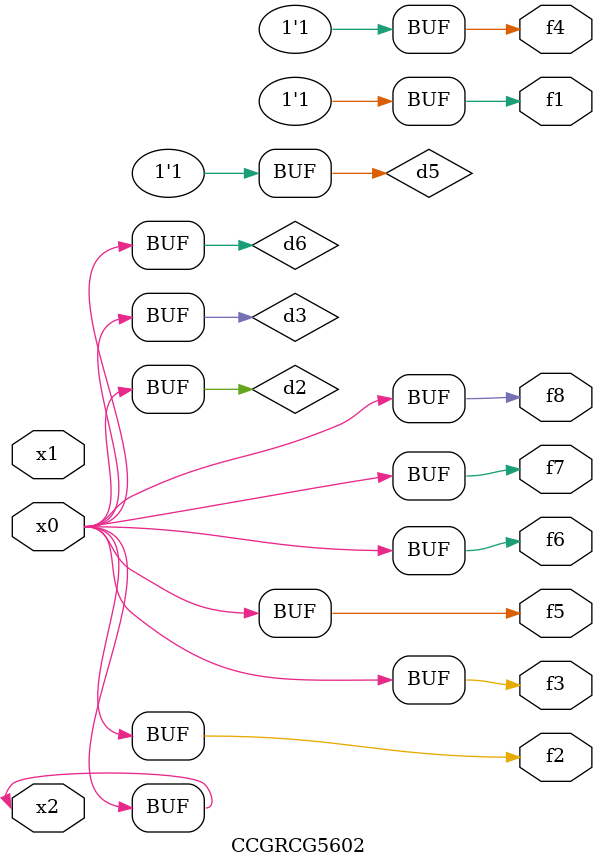
<source format=v>
module CCGRCG5602(
	input x0, x1, x2,
	output f1, f2, f3, f4, f5, f6, f7, f8
);

	wire d1, d2, d3, d4, d5, d6;

	xnor (d1, x2);
	buf (d2, x0, x2);
	and (d3, x0);
	xnor (d4, x1, x2);
	nand (d5, d1, d3);
	buf (d6, d2, d3);
	assign f1 = d5;
	assign f2 = d6;
	assign f3 = d6;
	assign f4 = d5;
	assign f5 = d6;
	assign f6 = d6;
	assign f7 = d6;
	assign f8 = d6;
endmodule

</source>
